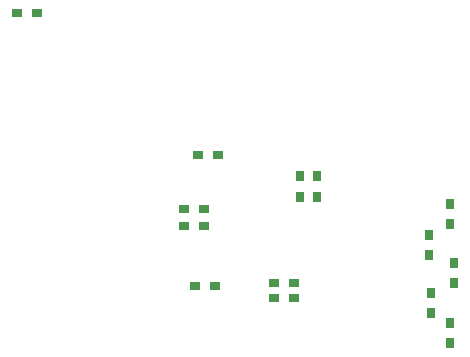
<source format=gbr>
G04 DipTrace 3.2.0.0*
G04 armboard1_layout_12PINCONNECTOR_BottomPaste.gbr*
%MOMM*%
G04 #@! TF.FileFunction,Paste,Bot*
G04 #@! TF.Part,Single*
%ADD86R,0.8X0.9*%
%ADD88R,0.9X0.8*%
%FSLAX35Y35*%
G04*
G71*
G90*
G75*
G01*
G04 BotPaste*
%LPD*%
D88*
X-494537Y21183D3*
X-324537D3*
X-494537Y-121690D3*
X-324537D3*
X-206997Y477303D3*
X-376997D3*
X269203Y-602083D3*
X439203D3*
X-397477Y-633830D3*
X-227477D3*
D86*
X633330Y126323D3*
Y296323D3*
X490443Y126213D3*
Y296213D3*
D88*
X270000Y-730000D3*
X440000D3*
D86*
X1756397Y-1115490D3*
Y-945490D3*
X1601357Y-858807D3*
Y-688807D3*
X1796220Y-609760D3*
Y-439760D3*
X1586560Y-372620D3*
Y-202620D3*
X1758753Y-106067D3*
Y63933D3*
D88*
X-1739877Y1680443D3*
X-1909877D3*
M02*

</source>
